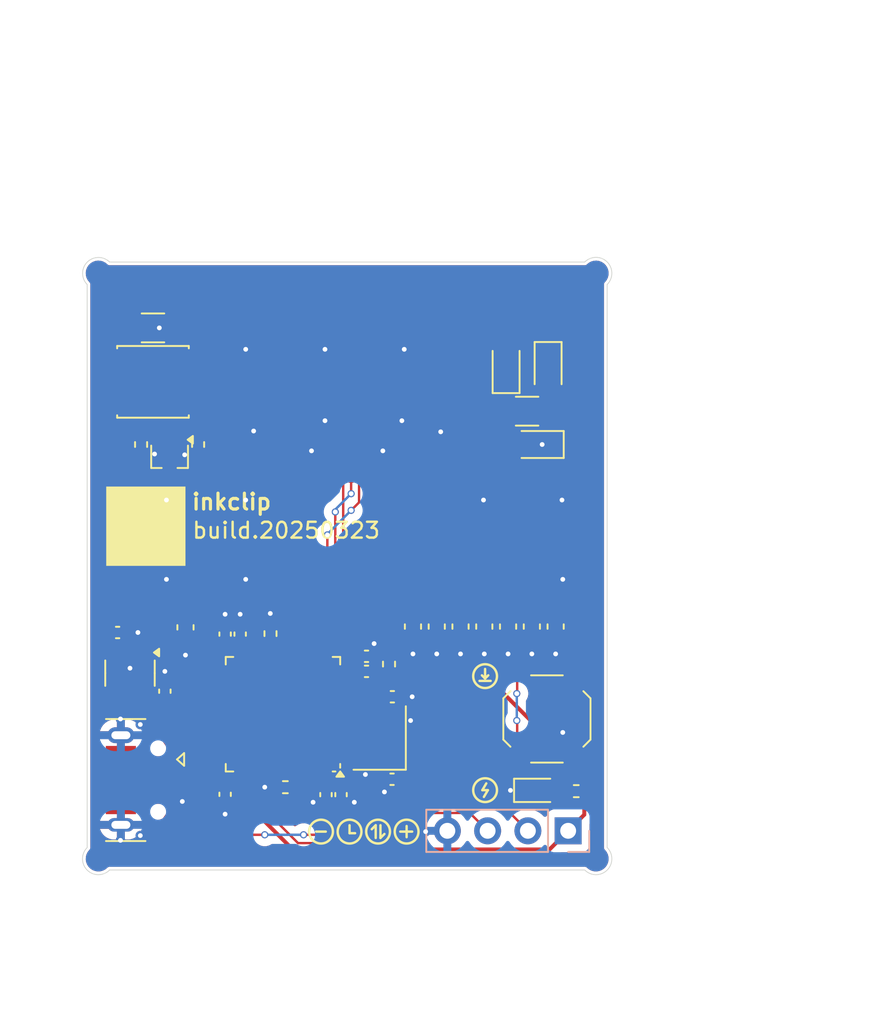
<source format=kicad_pcb>
(kicad_pcb (version 20241229) (generator "pcbnew") (generator_version "9.0")
  (layers (0 "F.Cu" signal) (2 "B.Cu" signal) (13 "F.Paste" user) (15 "B.Paste" user) (5 "F.SilkS" user "F.Silkscreen") (7 "B.SilkS" user "B.Silkscreen") (1 "F.Mask" user) (3 "B.Mask" user) (25 "Edge.Cuts" user))
  (net 0 "")
  (net 1 "GND")
  (net 2 "+5V")
  (net 3 "+3V3")
  (net 4 "/XOUT")
  (net 5 "/PREVGL")
  (net 6 "/VCOM")
  (net 7 "/PREVGH")
  (net 8 "Net-(D3-A)")
  (net 9 "/USB_DP")
  (net 10 "/USB_DN")
  (net 11 "/MOSI")
  (net 12 "/RESE")
  (net 13 "/RESET")
  (net 14 "/CS")
  (net 15 "/DC")
  (net 16 "/BUSY")
  (net 17 "/SCLK")
  (net 18 "/GDR")
  (net 19 "/XIN")
  (net 20 "Net-(D1-K)")
  (net 21 "Net-(J1-Pin_5)")
  (net 22 "Net-(J1-Pin_20)")
  (net 23 "Net-(U2-VCAP1)")
  (net 27 "/BOOT0")
  (net 28 "/NRST")
  (net 29 "/BOOT1")
  (net 39 "Net-(D4-A)")
  (net 53 "Net-(J1-Pin_18)")
  (net 54 "Net-(J1-Pin_22)")
  (net 58 "/SWDIO")
  (net 59 "/SWCLK")
  (net 60 "/LED")
  (footprint "Resistor_SMD:R_0402_1005Metric" (layer "F.Cu") (at 112.5 133.1 180)
    (property "Reference" "R3" (hide yes))
    (property "Value" "10k")
  )
  (footprint "Capacitor_SMD:C_0402_1005Metric" (layer "F.Cu") (at 119.23 132.6 180)
    (property "Reference" "C13" (hide yes))
    (property "Value" "33p")
  )
  (footprint "Capacitor_SMD:C_0603_1608Metric" (layer "F.Cu") (at 126.55 122.975 90)
    (property "Reference" "C8" (hide yes))
    (property "Value" "1u 50V")
  )
  (footprint "Crystal:Crystal_SMD_3225-4Pin_3.2x2.5mm" (layer "F.Cu") (at 118.45 130 90)
    (property "Reference" "Y1" (hide yes))
    (property "Value" "12M")
  )
  (footprint "Button_Switch_SMD:SW_Push_1P1T_XKB_TS-1187A" (layer "F.Cu") (at 129 128.8 90)
    (property "Reference" "SW0" (hide yes))
    (property "Value" "TS-1187A")
  )
  (footprint "LED_SMD:LED_0603_1608Metric" (layer "F.Cu") (at 128.412499 133.3)
    (property "Reference" "D4" (hide yes))
    (property "Value" "LED_PWR")
  )
  (footprint "Diode_SMD:D_SOD-323" (layer "F.Cu") (at 129.075 106.65 -90)
    (property "Reference" "D3" (hide yes))
    (property "Value" "40V 600mV@1A")
  )
  (footprint "Capacitor_SMD:C_0402_1005Metric" (layer "F.Cu") (at 101.92 123.35)
    (property "Reference" "C12" (hide yes))
    (property "Value" "1u")
  )
  (footprint "Capacitor_SMD:C_0402_1005Metric" (layer "F.Cu") (at 108.7 123.45 90)
    (property "Reference" "C18" (hide yes))
    (property "Value" "100n")
  )
  (footprint "Capacitor_SMD:C_0402_1005Metric" (layer "F.Cu") (at 119.25 127.4)
    (property "Reference" "C15" (hide yes))
    (property "Value" "33p")
  )
  (footprint "Inductor_SMD:L_Changjiang_FNR4018S" (layer "F.Cu") (at 104.15 107.55)
    (property "Reference" "L1" (hide yes))
    (property "Value" "10uH 1A")
  )
  (footprint "Diode_SMD:D_SOD-323" (layer "F.Cu") (at 126.425 106.65 90)
    (property "Reference" "D1" (hide yes))
    (property "Value" "40V 600mV@1A")
  )
  (footprint "Capacitor_SMD:C_0402_1005Metric" (layer "F.Cu") (at 117.62 124.85)
    (property "Reference" "C17" (hide yes))
    (property "Value" "100n")
  )
  (footprint "Resistor_SMD:R_0402_1005Metric" (layer "F.Cu") (at 130.85 133.35 180)
    (property "Reference" "R6" (hide yes))
    (property "Value" "5.1k")
  )
  (footprint "Connector_USB:USB_Micro-B_XKB_U254-051T-4BH83-F1S" (layer "F.Cu") (at 102.515 132.65 -90)
    (property "Reference" "J2" (hide yes))
    (property "Value" "U254-051T-4BH83-F1S")
  )
  (footprint "Capacitor_SMD:C_0603_1608Metric" (layer "F.Cu") (at 129.55 122.975 90)
    (property "Reference" "C9" (hide yes))
    (property "Value" "1u 50V")
  )
  (footprint "Capacitor_SMD:C_0402_1005Metric" (layer "F.Cu") (at 115.0625 133.57 -90)
    (property "Reference" "C20" (hide yes))
    (property "Value" "100n")
  )
  (footprint "Capacitor_SMD:C_1206_3216Metric" (layer "F.Cu") (at 127.75 109.4)
    (property "Reference" "C3" (hide yes))
    (property "Value" "4.7u 50V")
  )
  (footprint "Capacitor_SMD:C_0603_1608Metric" (layer "F.Cu") (at 123.55 122.975 90)
    (property "Reference" "C7" (hide yes))
    (property "Value" "1u 50V")
  )
  (footprint "Capacitor_SMD:C_0402_1005Metric" (layer "F.Cu") (at 117.62 125.8)
    (property "Reference" "C16" (hide yes))
    (property "Value" "1u")
  )
  (footprint "Capacitor_SMD:C_0603_1608Metric" (layer "F.Cu") (at 125.05 122.975 -90)
    (property "Reference" "C10" (hide yes))
    (property "Value" "1u 50V")
  )
  (footprint "EasyEDA:FPC-SMD_24P-L17.5-W5.4-P0.50" (layer "F.Cu") (at 116.4 111.9125 180)
    (property "Reference" "J1" (hide yes))
    (property "Value" "AFC07-S24ECC-00")
  )
  (footprint "Resistor_SMD:R_0402_1005Metric" (layer "F.Cu") (at 119.04 125.340001 -90)
    (property "Reference" "R4" (hide yes))
    (property "Value" "10k")
  )
  (footprint "Capacitor_SMD:C_0402_1005Metric" (layer "F.Cu") (at 104.9 127.05 90)
    (property "Reference" "C11" (hide yes))
    (property "Value" "1u 16V")
  )
  (footprint "Resistor_SMD:R_0402_1005Metric" (layer "F.Cu") (at 103.4 111.5 -90)
    (property "Reference" "R2" (hide yes))
    (property "Value" "3R")
  )
  (footprint "Capacitor_SMD:C_0603_1608Metric" (layer "F.Cu") (at 122.05 122.975 -90)
    (property "Reference" "C6" (hide yes))
    (property "Value" "1u 50V")
  )
  (footprint "Capacitor_SMD:C_0402_1005Metric" (layer "F.Cu") (at 109.65 123.45 -90)
    (property "Reference" "C14" (hide yes))
    (property "Value" "2.2u")
  )
  (footprint "Capacitor_SMD:C_0603_1608Metric" (layer "F.Cu") (at 106.2 123.025 90)
    (property "Reference" "C4" (hide yes))
    (property "Value" "1u 50V")
  )
  (footprint "Package_TO_SOT_SMD:SOT-23-3" (layer "F.Cu") (at 102.7 125.9125 -90)
    (property "Reference" "U1" (hide yes))
    (property "Value" "XC6206P332MR-G")
  )
  (footprint "Diode_SMD:D_SOD-323" (layer "F.Cu") (at 128.45 111.5 180)
    (property "Reference" "D2" (hide yes))
    (property "Value" "40V 600mV@1A")
  )
  (footprint "Capacitor_SMD:C_1206_3216Metric" (layer "F.Cu") (at 104.15 104.15)
    (property "Reference" "C1" (hide yes))
    (property "Value" "4.7u 50V")
  )
  (footprint "Capacitor_SMD:C_0603_1608Metric" (layer "F.Cu") (at 128.05 122.975 90)
    (property "Reference" "C2" (hide yes))
    (property "Value" "1u 50V")
  )
  (footprint "Capacitor_SMD:C_0603_1608Metric" (layer "F.Cu") (at 120.55 122.975 -90)
    (property "Reference" "C5" (hide yes))
    (property "Value" "1u 50V")
  )
  (footprint "Package_TO_SOT_SMD:SOT-323_SC-70" (layer "F.Cu") (at 105.1975 112.25 -90)
    (property "Reference" "Q1" (hide yes))
    (property "Value" "Si1308BDL")
  )
  (footprint "Resistor_SMD:R_0402_1005Metric" (layer "F.Cu") (at 111.5625 123.420001 -90)
    (property "Reference" "R5" (hide yes))
    (property "Value" "10k")
  )
  (footprint "Resistor_SMD:R_0402_1005Metric" (layer "F.Cu") (at 106.9975 111.5 -90)
    (property "Reference" "R1" (hide yes))
    (property "Value" "10k")
  )
  (footprint "Capacitor_SMD:C_0402_1005Metric" (layer "F.Cu") (at 116.0125 133.57 -90)
    (property "Reference" "C21" (hide yes))
    (property "Value" "100n")
  )
  (footprint "Capacitor_SMD:C_0402_1005Metric" (layer "F.Cu") (at 108.7 133.55 -90)
    (property "Reference" "C19" (hide yes))
    (property "Value" "100n")
  )
  (footprint "Package_DFN_QFN:QFN-48-1EP_7x7mm_P0.5mm_EP5.6x5.6mm" (layer "F.Cu") (at 112.35 128.5 180)
    (property "Reference" "U2" (hide yes))
    (property "Value" "STM32F411CEU6")
  )
  (footprint "Connector_PinHeader_2.54mm:PinHeader_1x04_P2.54mm_Vertical" (layer "B.Cu") (at 130.34 135.85 90)
    (property "Reference" "J3" (hide yes))
    (property "Value" "SWD")
  )
  (gr_line (start 118.5 135.5) (end 118.5 136.3) (stroke (width 0.153)) (layer "F.SilkS"))
  (gr_line (start 120.15 135.55) (end 120.15 136.25) (stroke (width 0.153)) (layer "F.SilkS"))
  (gr_line (start 125.1 125.65) (end 125.1 126.25) (stroke (width 0.153)) (layer "F.SilkS"))
  (gr_line (start 124.925 133.2875) (end 125.275 133.2875) (stroke (width 0.153)) (layer "F.SilkS"))
  (gr_line (start 118.2 135.5) (end 117.95 135.75) (stroke (width 0.153)) (layer "F.SilkS"))
  (gr_line (start 116.55 136) (end 116.55 135.5) (stroke (width 0.153)) (layer "F.SilkS"))
  (gr_circle (center 120.15 135.9) (end 120.9 135.9) (stroke (width 0.153)) (fill no) (layer "F.SilkS"))
  (gr_line (start 124.75 126.4) (end 125.45 126.4) (stroke (width 0.153)) (layer "F.SilkS"))
  (gr_line (start 118.5 136.3) (end 118.75 136.05) (stroke (width 0.153)) (layer "F.SilkS"))
  (gr_circle (center 114.75 135.9) (end 115.5 135.9) (stroke (width 0.153)) (fill no) (layer "F.SilkS"))
  (gr_circle (center 116.55 135.9) (end 117 136.5) (stroke (width 0.153)) (fill no) (layer "F.SilkS"))
  (gr_line (start 125.175 132.8625) (end 124.925 133.2875) (stroke (width 0.153)) (layer "F.SilkS"))
  (gr_line (start 114.45 135.9) (end 115.05 135.9) (stroke (width 0.153)) (layer "F.SilkS"))
  (gr_circle (center 118.35 135.9) (end 118.8 136.5) (stroke (width 0.153)) (fill no) (layer "F.SilkS"))
  (gr_rect (start 101.2 114.15) (end 106.2 119.15) (fill yes) (layer "F.SilkS"))
  (gr_circle (center 125.1 133.2875) (end 125.1 134.0375) (stroke (width 0.153)) (fill no) (layer "F.SilkS"))
  (gr_line (start 116.55 136) (end 116.9 136) (stroke (width 0.153)) (layer "F.SilkS"))
  (gr_line (start 125.1 126.25) (end 124.9 126.05) (stroke (width 0.153)) (layer "F.SilkS"))
  (gr_circle (center 125.1 126.1) (end 125.85 126.1) (stroke (width 0.153)) (fill no) (layer "F.SilkS"))
  (gr_line (start 125.1 126.25) (end 125.3 126.05) (stroke (width 0.153)) (layer "F.SilkS"))
  (gr_line (start 125.275 133.2875) (end 125.025 133.7125) (stroke (width 0.153)) (layer "F.SilkS"))
  (gr_line (start 118.2 135.5) (end 118.2 136.3) (stroke (width 0.153)) (layer "F.SilkS"))
  (gr_line (start 119.75 135.9) (end 120.5 135.9) (stroke (width 0.153)) (layer "F.SilkS"))
  (gr_line (start 132.8 136.905787) (end 132.8 101.414213) (stroke (width 0.05)) (layer "Edge.Cuts"))
  (gr_line (start 101.414213 100) (end 131.385787 100) (stroke (width 0.05)) (layer "Edge.Cuts"))
  (gr_line (start 100 136.905787) (end 100 101.414213) (stroke (width 0.05)) (layer "Edge.Cuts"))
  (gr_line (start 101.414213 138.32) (end 131.385787 138.32) (stroke (width 0.05)) (layer "Edge.Cuts"))
  (gr_arc (start 132.8 136.905787) (mid 132.800007 138.320007) (end 131.385787 138.32) (stroke (width 0.05)) (layer "Edge.Cuts"))
  (gr_arc (start 101.414213 138.32) (mid 100.000024 138.320023) (end 100 136.905787) (stroke (width 0.05)) (layer "Edge.Cuts"))
  (gr_arc (start 131.385787 100) (mid 132.799977 99.999976) (end 132.8 101.414213) (stroke (width 0.05)) (layer "Edge.Cuts"))
  (gr_arc (start 100 101.414213) (mid 100 100) (end 101.414213 100) (stroke (width 0.05)) (layer "Edge.Cuts"))
  (gr_text "inkclip" (at 106.5 115.7 0) (layer "F.SilkS") (effects (font (size 1 1) (thickness 0.2) (bold yes)) (justify left bottom)))
  (gr_text "build.20250323" (at 106.55 117.5 0) (layer "F.SilkS") (effects (font (size 1 1) (thickness 0.153)) (justify left bottom)))
  (segment (start 129.55 123.75) (end 129.55 124.7) (width 0.25) (layer "F.Cu") (net 1))
  (segment (start 105.95 133.95) (end 106 134) (width 0.25) (layer "F.Cu") (net 1))
  (segment (start 119.3 128.9) (end 120.4 128.9) (width 0.25) (layer "F.Cu") (net 1))
  (segment (start 102.124999 131.45) (end 102.124999 133.85) (width 0.25) (layer "F.Cu") (net 1))
  (segment (start 122.05 123.75) (end 122.05 124.7) (width 0.25) (layer "F.Cu") (net 1))
  (segment (start 106.9975 112.009999) (end 106.290001 112.009999) (width 0.25) (layer "F.Cu") (net 1))
  (segment (start 111.5625 122.910002) (end 111.5625 122.1625) (width 0.25) (layer "F.Cu") (net 1))
  (segment (start 102.125 129.825) (end 102.125 128.825) (width 0.25) (layer "F.Cu") (net 1))
  (segment (start 104.159999 112.009999) (end 104.25 112.1) (width 0.25) (layer "F.Cu") (net 1))
  (segment (start 103.525 124.775) (end 102.7 125.6) (width 0.25) (layer "F.Cu") (net 1))
  (segment (start 102.224999 133.95) (end 102.124999 133.85) (width 0.25) (layer "F.Cu") (net 1))
  (segment (start 104.4 135.475) (end 104.675 135.75) (width 0.25) (layer "F.Cu") (net 1))
  (segment (start 106.2 123.8) (end 106.2 124.775) (width 0.25) (layer "F.Cu") (net 1))
  (segment (start 114.6 131.9375) (end 114.6 132.579596) (width 0.25) (layer "F.Cu") (net 1))
  (segment (start 109.65 122.97) (end 109.65 122.2) (width 0.25) (layer "F.Cu") (net 1))
  (segment (start 118.1 125.8) (end 118.1 124.85) (width 0.25) (layer "F.Cu") (net 1))
  (segment (start 104.675 135.75) (end 103.75 135.75) (width 0.25) (layer "F.Cu") (net 1))
  (segment (start 109 110.6625) (end 110.4875 110.6625) (width 0.25) (layer "F.Cu") (net 1))
  (segment (start 114.15 113.1625) (end 114.15 111.9) (width 0.25) (layer "F.Cu") (net 1))
  (segment (start 114.6 130.75) (end 112.35 128.5) (width 0.25) (layer "F.Cu") (net 1))
  (segment (start 102.124999 131.45) (end 102.125 129.825) (width 0.25) (layer "F.Cu") (net 1))
  (segment (start 116.413966 127.749999) (end 118.1 126.063965) (width 0.25) (layer "F.Cu") (net 1))
  (segment (start 108.7 122.97) (end 108.7 122.2) (width 0.25) (layer "F.Cu") (net 1))
  (segment (start 102.124999 133.85) (end 102.125 135.475) (width 0.25) (layer "F.Cu") (net 1))
  (segment (start 106.290001 112.009999) (end 106.15 112.15) (width 0.25) (layer "F.Cu") (net 1))
  (segment (start 123.55 123.75) (end 123.55 124.7) (width 0.25) (layer "F.Cu") (net 1))
  (segment (start 103.75 135.75) (end 103.35 136.15) (width 0.25) (layer "F.Cu") (net 1))
  (segment (start 115.049596 134.05) (end 115.0625 134.05) (width 0.25) (layer "F.Cu") (net 1))
  (segment (start 104.8 133.95) (end 105.95 133.95) (width 0.25) (layer "F.Cu") (net 1))
  (segment (start 127.624998 133.3) (end 126.7 133.3) (width 0.25) (layer "F.Cu") (net 1))
  (segment (start 116.0125 134.05) (end 116.85 134.05) (width 0.25) (layer "F.Cu") (net 1))
  (segment (start 110.1 126.25) (end 112.35 128.5) (width 0.25) (layer "F.Cu") (net 1))
  (segment (start 118.65 113.1625) (end 118.65 111.9) (width 0.25) (layer "F.Cu") (net 1))
  (segment (start 110.1 130.75) (end 112.35 128.5) (width 0.25) (layer "F.Cu") (net 1))
  (segment (start 108.9125 130.75) (end 110.1 130.75) (width 0.25) (layer "F.Cu") (net 1))
  (segment (start 102.125 128.825) (end 102.1 128.8) (width 0.25) (layer "F.Cu") (net 1))
  (segment (start 126.55 123.75) (end 126.55 124.7) (width 0.25) (layer "F.Cu") (net 1))
  (segment (start 102.125 136.425) (end 102.1 136.45) (width 0.25) (layer "F.Cu") (net 1))
  (segment (start 103.4 112.009999) (end 104.159999 112.009999) (width 0.25) (layer "F.Cu") (net 1))
  (segment (start 119.73 128.47) (end 119.3 128.9) (width 0.25) (layer "F.Cu") (net 1))
  (segment (start 104.4 129.825) (end 104.675 129.55) (width 0.25) (layer "F.Cu") (net 1))
  (segment (start 122.72 135.85) (end 121.4 135.85) (width 0.25) (layer "F.Cu") (net 1))
  (segment (start 117.6 131.1) (end 117.6 132.25) (width 0.25) (layer "F.Cu") (net 1))
  (segment (start 108.7 134.03) (end 108.7 134.8) (width 0.25) (layer "F.Cu") (net 1))
  (segment (start 125.05 123.75) (end 125.05 124.7) (width 0.25) (layer "F.Cu") (net 1))
  (segment (start 114.6 132.579596) (end 114.4265 132.753096) (width 0.25) (layer "F.Cu") (net 1))
  (segment (start 114.4265 133.426904) (end 115.049596 134.05) (width 0.25) (layer "F.Cu") (net 1))
  (segment (start 115.7875 127.749999) (end 116.413966 127.749999) (width 0.25) (layer "F.Cu") (net 1))
  (segment (start 118.1 126.063965) (end 118.1 125.8) (width 0.25) (layer "F.Cu") (net 1))
  (segment (start 119.73 127.4) (end 120.5 127.4) (width 0.25) (layer "F.Cu") (net 1))
  (segment (start 123.8 110.6625) (end 122.3375 110.6625) (width 0.25) (layer "F.Cu") (net 1))
  (segment (start 104.675 129.55) (end 103.75 129.55) (width 0.25) (layer "F.Cu") (net 1))
  (segment (start 102.125 129.825) (end 104.4 129.825) (width 0.25) (layer "F.Cu") (net 1))
  (segment (start 118.1 124.85) (end 118.1 124.05) (width 0.25) (layer "F.Cu") (net 1))
  (segment (start 104.8 133.95) (end 102.224999 133.95) (width 0.25) (layer "F.Cu") (net 1))
  (segment (start 120.55 123.75) (end 120.55 124.7) (width 0.25) (layer "F.Cu") (net 1))
  (segment (start 115.0625 134.05) (end 114.25 134.05) (width 0.25) (layer "F.Cu") (net 1))
  (segment (start 110.4875 110.6625) (end 110.5 110.65) (width 0.25) (layer "F.Cu") (net 1))
  (segment (start 122.3375 110.6625) (end 122.3 110.7) (width 0.25) (layer "F.Cu") (net 1))
  (segment (start 102.4 123.35) (end 103.2 123.35) (width 0.25) (layer "F.Cu") (net 1))
  (segment (start 103.649999 124.775) (end 103.525 124.775) (width 0.25) (layer "F.Cu") (net 1))
  (segment (start 114.4265 132.753096) (end 114.4265 133.426904) (width 0.25) (layer "F.Cu") (net 1))
  (segment (start 117.6 131.1) (end 117.6 131.45) (width 0.25) (layer "F.Cu") (net 1))
  (segment (start 111.5625 122.1625) (end 111.55 122.15) (width 0.25) (layer "F.Cu") (net 1))
  (segment (start 115.7875 127.749999) (end 113.100001 127.749999) (width 0.25) (layer "F.Cu") (net 1))
  (segment (start 128.05 123.75) (end 128.05 124.7) (width 0.25) (layer "F.Cu") (net 1))
  (segment (start 102.125 135.475) (end 102.125 136.425) (width 0.25) (layer "F.Cu") (net 1))
  (segment (start 105.625 104.15) (end 104.55 104.15) (width 0.25) (layer "F.Cu") (net 1))
  (segment (start 121.4 135.85) (end 121.35 135.9) (width 0.25) (layer "F.Cu") (net 1))
  (segment (start 114.6 131.9375) (end 114.6 130.75) (width 0.25) (layer "F.Cu") (net 1))
  (segment (start 129.5 111.5) (end 128.7 111.5) (width 0.25) (layer "F.Cu") (net 1))
  (segment (start 119.73 127.4) (end 119.73 128.47) (width 0.25) (layer "F.Cu") (net 1))
  (segment (start 103.75 129.55) (end 103.35 129.15) (width 0.25) (layer "F.Cu") (net 1))
  (segment (start 113.100001 127.749999) (end 112.35 128.5) (width 0.25) (layer "F.Cu") (net 1))
  (segment (start 102.125 135.475) (end 104.4 135.475) (width 0.25) (layer "F.Cu") (net 1))
  (segment (start 110.1 125.0625) (end 110.1 126.25) (width 0.25) (layer "F.Cu") (net 1))
  (segment (start 104.9 126.57) (end 104.9 125.8) (width 0.25) (layer "F.Cu") (net 1))
  (segment (start 117.6 132.25) (end 117.55 132.3) (width 0.25) (layer "F.Cu") (net 1))
  (segment (start 111.990001 133.1) (end 111.2 133.1) (width 0.25) (layer "F.Cu") (net 1))
  (segment (start 117.6 131.45) (end 118.75 132.6) (width 0.25) (layer "F.Cu") (net 1))
  (segment (start 118.75 132.6) (end 118.75 133.4) (width 0.25) (layer "F.Cu") (net 1))
  (via (at 105 120) (size 0.45) (drill 0.3) (layers "F.Cu" "B.Cu") (net 1))
  (via (at 115 110) (size 0.45) (drill 0.3) (layers "F.Cu" "B.Cu") (net 1))
  (via (at 110 105.5) (size 0.45) (drill 0.3) (layers "F.Cu" "B.Cu") (net 1))
  (via (at 108.7 122.2) (size 0.6) (drill 0.3) (layers "F.Cu" "B.Cu") (net 1))
  (via (at 128.05 124.7) (size 0.6) (drill 0.3) (layers "F.Cu" "B.Cu") (net 1))
  (via (at 119.85 110) (size 0.45) (drill 0.3) (layers "F.Cu" "B.Cu") (net 1))
  (via (at 118.1 124.05) (size 0.6) (drill 0.3) (layers "F.Cu" "B.Cu") (net 1))
  (via (at 118.75 133.4) (size 0.6) (drill 0.3) (layers "F.Cu" "B.Cu") (net 1))
  (via (at 102.1 128.8) (size 0.6) (drill 0.3) (layers "F.Cu" "B.Cu") (net 1))
  (via (at 110 115) (size 0.45) (drill 0.3) (layers "F.Cu" "B.Cu") (net 1))
  (via (at 123.55 124.7) (size 0.6) (drill 0.3) (layers "F.Cu" "B.Cu") (net 1))
  (via (at 106 134) (size 0.6) (drill 0.3) (layers "F.Cu" "B.Cu") (net 1))
  (via (at 129.95 115) (size 0.45) (drill 0.3) (layers "F.Cu" "B.Cu") (net 1))
  (via (at 121.35 135.9) (size 0.6) (drill 0.3) (layers "F.Cu" "B.Cu") (net 1))
  (via (at 111.55 122.15) (size 0.6) (drill 0.3) (layers "F.Cu" "B.Cu") (net 1))
  (via (at 118.65 111.9) (size 0.6) (drill 0.3) (layers "F.Cu" "B.Cu") (net 1))
  (via (at 115 105.5) (size 0.45) (drill 0.3) (layers "F.Cu" "B.Cu") (net 1))
  (via (at 120.55 124.7) (size 0.6) (drill 0.3) (layers "F.Cu" "B.Cu") (net 1))
  (via (at 126.55 124.7) (size 0.6) (drill 0.3) (layers "F.Cu" "B.Cu") (net 1))
  (via (at 104.25 112.1) (size 0.6) (drill 0.3) (layers "F.Cu" "B.Cu") (net 1))
  (via (at 103.2 123.35) (size 0.6) (drill 0.3) (layers "F.Cu" "B.Cu") (net 1))
  (via (at 116.85 134.05) (size 0.6) (drill 0.3) (layers "F.Cu" "B.Cu") (net 1))
  (via (at 103.35 129.15) (size 0.6) (drill 0.3) (layers "F.Cu" "B.Cu") (net 1))
  (via (at 114.15 111.9) (size 0.6) (drill 0.3) (layers "F.Cu" "B.Cu") (net 1))
  (via (at 125.05 124.7) (size 0.6) (drill 0.3) (layers "F.Cu" "B.Cu") (net 1))
  (via (at 122.05 124.7) (size 0.6) (drill 0.3) (layers "F.Cu" "B.Cu") (net 1))
  (via (at 122.3 110.7) (size 0.6) (drill 0.3) (layers "F.Cu" "B.Cu") (net 1))
  (via (at 125 115) (size 0.45) (drill 0.3) (layers "F.Cu" "B.Cu") (net 1))
  (via (at 120.4 128.9) (size 0.6) (drill 0.3) (layers "F.Cu" "B.Cu") (net 1))
  (via (at 103.35 136.15) (size 0.6) (drill 0.3) (layers "F.Cu" "B.Cu") (net 1))
  (via (at 120.5 127.4) (size 0.6) (drill 0.3) (layers "F.Cu" "B.Cu") (net 1))
  (via (at 109.65 122.2) (size 0.6) (drill 0.3) (layers "F.Cu" "B.Cu") (net 1))
  (via (at 126.7 133.3) (size 0.6) (drill 0.3) (layers "F.Cu" "B.Cu") (net 1))
  (via (at 130 129.65) (size 0.45) (drill 0.3) (layers "F.Cu" "B.Cu") (net 1))
  (via (at 108.7 134.8) (size 0.6) (drill 0.3) (layers "F.Cu" "B.Cu") (net 1))
  (via (at 104.9 125.8) (size 0.6) (drill 0.3) (layers "F.Cu" "B.Cu") (net 1))
  (via (at 102.7 125.6) (size 0.6) (drill 0.3) (layers "F.Cu" "B.Cu") (net 1))
  (via (at 128.7 111.5) (size 0.6) (drill 0.3) (layers "F.Cu" "B.Cu") (net 1))
  (via (at 110 120) (size 0.45) (drill 0.3) (layers "F.Cu" "B.Cu") (net 1))
  (via (at 102.1 136.45) (size 0.6) (drill 0.3) (layers "F.Cu" "B.Cu") (net 1))
  (via (at 105 115) (size 0.45) (drill 0.3) (layers "F.Cu" "B.Cu") (net 1))
  (via (at 130 120) (size 0.45) (drill 0.3) (layers "F.Cu" "B.Cu") (net 1))
  (via (at 110.5 110.65) (size 0.6) (drill 0.3) (layers "F.Cu" "B.Cu") (net 1))
  (via (at 129.55 124.7) (size 0.6) (drill 0.3) (layers "F.Cu" "B.Cu") (net 1))
  (via (at 106.15 112.15) (size 0.6) (drill 0.3) (layers "F.Cu" "B.Cu") (net 1))
  (via (at 106.2 124.775) (size 0.6) (drill 0.3) (layers "F.Cu" "B.Cu") (net 1))
  (via (at 120 105.5) (size 0.45) (drill 0.3) (layers "F.Cu" "B.Cu") (net 1))
  (via (at 111.2 133.1) (size 0.6) (drill 0.3) (layers "F.Cu" "B.Cu") (net 1))
  (via (at 114.25 134.05) (size 0.6) (drill 0.3) (layers "F.Cu" "B.Cu") (net 1))
  (via (at 117.55 132.3) (size 0.6) (drill 0.3) (layers "F.Cu" "B.Cu") (net 1))
  (via (at 104.55 104.15) (size 0.6) (drill 0.3) (layers "F.Cu" "B.Cu") (net 1))
  (segment (start 104.9 127.53) (end 103.18 127.53) (width 0.25) (layer "F.Cu") (net 2))
  (segment (start 105.209999 127.53) (end 104.9 127.53) (width 0.25) (layer "F.Cu") (net 2))
  (segment (start 103.18 127.53) (end 102.7 127.05) (width 0.25) (layer "F.Cu") (net 2))
  (segment (start 105.806 128.126001) (end 105.209999 127.53) (width 0.25) (layer "F.Cu") (net 2))
  (segment (start 104.8 131.35) (end 105.193106 131.35) (width 0.25) (layer "F.Cu") (net 2))
  (segment (start 105.193106 131.35) (end 105.806 130.737106) (width 0.25) (layer "F.Cu") (net 2))
  (segment (start 105.806 130.737106) (end 105.806 128.126001) (width 0.25) (layer "F.Cu") (net 2))
  (segment (start 131.359999 133.35) (end 131.359999 134.830001) (width 0.25) (layer "F.Cu") (net 3))
  (segment (start 102.65 107.55) (end 102.65 104.175) (width 0.25) (layer "F.Cu") (net 3))
  (segment (start 115.0625 133.09) (end 115.0625 131.975) (width 0.25) (layer "F.Cu") (net 3))
  (segment (start 119.04 124.254702) (end 119.04 124.980002) (width 0.25) (layer "F.Cu") (net 3))
  (segment (start 125.701 129.174536) (end 120.276536 134.599) (width 0.25) (layer "F.Cu") (net 3))
  (segment (start 102.65 104.175) (end 102.675 104.15) (width 0.25) (layer "F.Cu") (net 3))
  (segment (start 101.44 123.35) (end 101.44 123.337096) (width 0.25) (layer "F.Cu") (net 3))
  (segment (start 118.149999 113.1625) (end 118.149999 119.799999) (width 0.25) (layer "F.Cu") (net 3))
  (segment (start 120.55 122.2) (end 119.04 123.71) (width 0.25) (layer "F.Cu") (net 3))
  (segment (start 131.359999 134.830001) (end 130.34 135.85) (width 0.25) (layer "F.Cu") (net 3))
  (segment (start 101.44 123.35) (end 101.44 108.76) (width 0.25) (layer "F.Cu") (net 3))
  (segment (start 130.34 135.85) (end 129.164 137.026) (width 0.25) (layer "F.Cu") (net 3))
  (segment (start 108.7 123.93) (end 108.7 124.1625) (width 0.25) (layer "F.Cu") (net 3))
  (segment (start 115.0625 131.975) (end 115.1 131.9375) (width 0.25) (layer "F.Cu") (net 3))
  (segment (start 117.14 126.386155) (end 117.14 124.85) (width 0.25) (layer "F.Cu") (net 3))
  (segment (start 101.750001 124.775) (end 101.750001 123.660001) (width 0.25) (layer "F.Cu") (net 3))
  (segment (start 116.0125 133.09) (end 116.0125 131.475) (width 0.25) (layer "F.Cu") (net 3))
  (segment (start 108.7 124.1625) (end 109.6 125.0625) (width 0.25) (layer "F.Cu") (net 3))
  (segment (start 101.750001 123.660001) (end 101.44 123.35) (width 0.25) (layer "F.Cu") (net 3))
  (segment (start 117.14 124.124702) (end 117.840702 123.424) (width 0.25) (layer "F.Cu") (net 3))
  (segment (start 102.675 104.15) (end 103.925 102.9) (width 0.25) (layer "F.Cu") (net 3))
  (segment (start 118.5 134.599) (end 116.991 133.09) (width 0.25) (layer "F.Cu") (net 3))
  (segment (start 130.875 105.975) (end 130.875 125.8) (width 0.25) (layer "F.Cu") (net 3))
  (segment (start 105 124.75) (end 106 125.75) (width 0.25) (layer "F.Cu") (net 3))
  (segment (start 108.9125 132.8575) (end 108.7 133.07) (width 0.25) (layer "F.Cu") (net 3))
  (segment (start 120.276536 134.599) (end 118.5 134.599) (width 0.25) (layer "F.Cu") (net 3))
  (segment (start 115.0625 133.09) (end 116.0125 133.09) (width 0.25) (layer "F.Cu") (net 3))
  (segment (start 117.14 124.85) (end 117.14 124.124702) (width 0.25) (layer "F.Cu") (net 3))
  (segment (start 112.965999 137.026) (end 109.009999 133.07) (width 0.25) (layer "F.Cu") (net 3))
  (segment (start 116.0125 131.475) (end 115.7875 131.25) (width 0.25) (layer "F.Cu") (net 3))
  (segment (start 130.875 125.8) (end 130.875 131.8) (width 0.25) (layer "F.Cu") (net 3))
  (segment (start 109.009999 133.07) (end 108.7 133.07) (width 0.25) (layer "F.Cu") (net 3))
  (segment (start 115.7875 127.25) (end 116.276155 127.25) (width 0.25) (layer "F.Cu") (net 3))
  (segment (start 119.04 123.71) (end 119.04 124.830002) (width 0.25) (layer "F.Cu") (net 3))
  (segment (start 120.835998 126.626) (end 125.701 126.626) (width 0.25) (layer "F.Cu") (net 3))
  (segment (start 105 124.264702) (end 105 124.75) (width 0.25) (layer "F.Cu") (net 3))
  (segment (start 106 125.75) (end 106.88 125.75) (width 0.25) (layer "F.Cu") (net 3))
  (segment (start 129.164 137.026) (end 112.965999 137.026) (width 0.25) (layer "F.Cu") (net 3))
  (segment (start 106.88 125.75) (end 108.7 123.93) (width 0.25) (layer "F.Cu") (net 3))
  (segment (start 119.04 124.830002) (end 120.835998 126.626) (width 0.25) (layer "F.Cu") (net 3))
  (segment (start 118.359298 123.424) (end 119.04 124.104702) (width 0.25) (layer "F.Cu") (net 3))
  (segment (start 125.701 126.626) (end 125.701 129.174536) (width 0.25) (layer "F.Cu") (net 3))
  (segment (start 117.65 113.1625) (end 118.149999 113.1625) (width 0.25) (layer "F.Cu") (net 3))
  (segment (start 103.449298 122.714) (end 105 124.264702) (width 0.25) (layer "F.Cu") (net 3))
  (segment (start 109.6 125.0625) (end 109.6 124.8) (width 0.25) (layer "F.Cu") (net 3))
  (segment (start 125.701 126.626) (end 130.875 131.8) (width 0.25) (layer "F.Cu") (net 3))
  (segment (start 130.875 131.8) (end 130.875 132.865001) (width 0.25) (layer "F.Cu") (net 3))
  (segment (start 108.9125 131.25) (end 108.9125 132.8575) (width 0.25) (layer "F.Cu") (net 3))
  (segment (start 116.276155 127.25) (end 117.14 126.386155) (width 0.25) (layer "F.Cu") (net 3))
  (segment (start 127.8 102.9) (end 130.875 105.975) (width 0.25) (layer "F.Cu") (net 3))
  (segment (start 103.925 102.9) (end 127.8 102.9) (width 0.25) (layer "F.Cu") (net 3))
  (segment (start 130.875 132.865001) (end 131.359999 133.35) (width 0.25) (layer "F.Cu") (net 3))
  (segment (start 118.149999 119.799999) (end 120.55 122.2) (width 0.25) (layer "F.Cu") (net 3))
  (segment (start 102.063096 122.714) (end 103.449298 122.714) (width 0.25) (layer "F.Cu") (net 3))
  (segment (start 117.840702 123.424) (end 118.359298 123.424) (width 0.25) (layer "F.Cu") (net 3))
  (segment (start 101.44 123.337096) (end 102.063096 122.714) (width 0.25) (layer "F.Cu") (net 3))
  (segment (start 101.44 108.76) (end 102.65 107.55) (width 0.25) (layer "F.Cu") (net 3))
  (segment (start 116.991 133.09) (end 116.0125 133.09) (width 0.25) (layer "F.Cu") (net 3))
  (segment (start 117.6 128.9) (end 117.45 128.75) (width 0.15) (layer "F.Cu") (net 4))
  (segment (start 117.6 128.9) (end 118.77 127.73) (width 0.15) (layer "F.Cu") (net 4))
  (segment (start 117.45 128.75) (end 115.7875 128.75) (width 0.15) (layer "F.Cu") (net 4))
  (segment (start 118.77 127.73) (end 118.77 127.4) (width 0.15) (layer "F.Cu") (net 4))
  (segment (start 121.66 113.1625) (end 121.66 109.29) (width 0.15) (layer "F.Cu") (net 5))
  (segment (start 121.66 113.1625) (end 121.66 115.81) (width 0.15) (layer "F.Cu") (net 5))
  (segment (start 121.66 115.81) (end 128.05 122.2) (width 0.15) (layer "F.Cu") (net 5))
  (segment (start 125.35 105.6) (end 126.425 105.6) (width 0.15) (layer "F.Cu") (net 5))
  (segment (start 121.66 109.29) (end 125.35 105.6) (width 0.15) (layer "F.Cu") (net 5))
  (segment (start 122.160001 114.810001) (end 129.55 122.2) (width 0.15) (layer "F.Cu") (net 6))
  (segment (start 122.160001 113.1625) (end 122.160001 114.810001) (width 0.15) (layer "F.Cu") (net 6))
  (segment (start 120.659999 109.793613) (end 120.659999 113.1625) (width 0.15) (layer "F.Cu") (net 7))
  (segment (start 128.499 105.024) (end 125.429612 105.024) (width 0.15) (layer "F.Cu") (net 7))
  (segment (start 125.429612 105.024) (end 120.659999 109.793613) (width 0.15) (layer "F.Cu") (net 7))
  (segment (start 120.659999 113.1625) (end 120.659999 117.809999) (width 0.15) (layer "F.Cu") (net 7))
  (segment (start 120.659999 117.809999) (end 125.05 122.2) (width 0.15) (layer "F.Cu") (net 7))
  (segment (start 129.075 105.6) (end 128.499 105.024) (width 0.15) (layer "F.Cu") (net 7))
  (segment (start 129.075 109.25) (end 129.225 109.4) (width 0.15) (layer "F.Cu") (net 8))
  (segment (start 105.65 107.55) (end 102.804 110.396) (width 0.15) (layer "F.Cu") (net 8))
  (segment (start 102.804 112.318983) (end 103.735017 113.25) (width 0.15) (layer "F.Cu") (net 8))
  (segment (start 129.8 105.47246) (end 129.00054 104.673) (width 0.15) (layer "F.Cu") (net 8))
  (segment (start 129.075 107.7) (end 129.075 109.25) (width 0.15) (layer "F.Cu") (net 8))
  (segment (start 102.804 110.396) (end 102.804 112.318983) (width 0.15) (layer "F.Cu") (net 8))
  (segment (start 129.8 108.825) (end 129.8 105.47246) (width 0.15) (layer "F.Cu") (net 8))
  (segment (start 108.527 104.673) (end 105.65 107.55) (width 0.15) (layer "F.Cu") (net 8))
  (segment (start 103.735017 113.25) (end 105.1975 113.25) (width 0.15) (layer "F.Cu") (net 8))
  (segment (start 129.00054 104.673) (end 108.527 104.673) (width 0.15) (layer "F.Cu") (net 8))
  (segment (start 129.225 109.4) (end 129.8 108.825) (width 0.15) (layer "F.Cu") (net 8))
  (segment (start 108.256249 129.75) (end 108.9125 129.75) (width 0.15) (layer "F.Cu") (net 9))
  (segment (start 108.181249 129.675) (end 108.256249 129.75) (width 0.15) (layer "F.Cu") (net 9))
  (segment (start 105.425 132.5) (end 106.097488 132.5) (width 0.15) (layer "F.Cu") (net 9))
  (segment (start 106.097488 132.5) (end 107.175 131.422488) (width 0.15) (layer "F.Cu") (net 9))
  (segment (start 107.175 130.094144) (end 107.594144 129.675) (width 0.15) (layer "F.Cu") (net 9))
  (segment (start 107.175 131.422488) (end 107.175 130.094144) (width 0.15) (layer "F.Cu") (net 9))
  (segment (start 104.8 132.65) (end 105.275 132.65) (width 0.15) (layer "F.Cu") (net 9))
  (segment (start 105.275 132.65) (end 105.425 132.5) (width 0.15) (layer "F.Cu") (net 9))
  (segment (start 107.594144 129.675) (end 108.181249 129.675) (width 0.15) (layer "F.Cu") (net 9))
  (segment (start 108.181249 129.325001) (end 108.256249 129.250001) (width 0.15) (layer "F.Cu") (net 10))
  (segment (start 106.825 129.949168) (end 107.449167 129.325001) (width 0.15) (layer "F.Cu") (net 10))
  (segment (start 105.275 132.000001) (end 105.425 132.150001) (width 0.15) (layer "F.Cu") (net 10))
  (segment (start 108.256249 129.250001) (end 108.9125 129.250001) (width 0.15) (layer "F.Cu") (net 10))
  (segment (start 104.8 132.000001) (end 105.275 132.000001) (width 0.15) (layer "F.Cu") (net 10))
  (segment (start 106.825 131.277512) (end 106.825 129.949168) (width 0.15) (layer "F.Cu") (net 10))
  (segment (start 105.952511 132.150001) (end 106.825 131.277512) (width 0.15) (layer "F.Cu") (net 10))
  (segment (start 105.425 132.150001) (end 105.952511 132.150001) (width 0.15) (layer "F.Cu") (net 10))
  (segment (start 107.449167 129.325001) (end 108.181249 129.325001) (width 0.15) (layer "F.Cu") (net 10))
  (segment (start 115.15 117.2) (end 115.15 122.594556) (width 0.15) (layer "F.Cu") (net 11))
  (segment (start 115.15 122.594556) (end 113.100001 124.644555) (width 0.15) (layer "F.Cu") (net 11))
  (segment (start 113.100001 124.644555) (end 113.100001 125.0625) (width 0.15) (layer "F.Cu") (net 11))
  (segment (start 117.150001 115.149999) (end 116.65 115.65) (width 0.15) (layer "F.Cu") (net 11))
  (segment (start 117.150001 113.1625) (end 117.150001 115.149999) (width 0.15) (layer "F.Cu") (net 11))
  (via (at 115.15 117.2) (size 0.45) (drill 0.3) (layers "F.Cu" "B.Cu") (net 11))
  (via (at 116.65 115.65) (size 0.45) (drill 0.3) (layers "F.Cu" "B.Cu") (net 11))
  (segment (start 115.15 117.15) (end 115.15 117.2) (width 0.15) (layer "B.Cu") (net 11))
  (segment (start 116.65 115.65) (end 115.15 117.15) (width 0.15) (layer "B.Cu") (net 11))
  (segment (start 110.421389 108.5355) (end 111.65 109.764111) (width 0.15) (layer "F.Cu") (net 12))
  (segment (start 104.5475 111.25) (end 104.864112 111.25) (width 0.15) (layer "F.Cu") (net 12))
  (segment (start 103.4 110.990001) (end 104.287501 110.990001) (width 0.15) (layer "F.Cu") (net 12))
  (segment (start 104.864112 111.25) (end 107.578612 108.5355) (width 0.15) (layer "F.Cu") (net 12))
  (segment (start 107.578612 108.5355) (end 110.421389 108.5355) (width 0.15) (layer "F.Cu") (net 12))
  (segment (start 104.287501 110.990001) (end 104.5475 111.25) (width 0.15) (layer "F.Cu") (net 12))
  (segment (start 111.65 109.764111) (end 111.65 113.1625) (width 0.15) (layer "F.Cu") (net 12))
  (segment (start 112.1 125.0625) (end 112.1585 125.004) (width 0.15) (layer "F.Cu") (net 13))
  (segment (start 115.15 114.4) (end 115.15 113.1625) (width 0.15) (layer "F.Cu") (net 13))
  (segment (start 112.1585 117.3915) (end 115.15 114.4) (width 0.15) (layer "F.Cu") (net 13))
  (segment (start 112.1585 125.004) (end 112.1585 117.3915) (width 0.15) (layer "F.Cu") (net 13))
  (segment (start 116.15 113.1625) (end 116.15 123.094556) (width 0.15) (layer "F.Cu") (net 14))
  (segment (start 116.15 123.094556) (end 114.6 124.644556) (width 0.15) (layer "F.Cu") (net 14))
  (segment (start 114.6 124.644556) (end 114.6 125.0625) (width 0.15) (layer "F.Cu") (net 14))
  (segment (start 115.649999 114.396389) (end 115.649999 113.1625) (width 0.15) (layer "F.Cu") (net 15))
  (segment (start 112.6 125.0625) (end 112.6 117.446388) (width 0.15) (layer "F.Cu") (net 15))
  (segment (start 112.6 117.446388) (end 115.649999 114.396389) (width 0.15) (layer "F.Cu") (net 15))
  (segment (start 110.9665 124.238984) (end 110.9665 117.798) (width 0.15) (layer "F.Cu") (net 16))
  (segment (start 114.650001 114.114499) (end 114.650001 113.1625) (width 0.15) (layer "F.Cu") (net 16))
  (segment (start 111.1 124.372484) (end 110.9665 124.238984) (width 0.15) (layer "F.Cu") (net 16))
  (segment (start 111.1 125.0625) (end 111.1 124.372484) (width 0.15) (layer "F.Cu") (net 16))
  (segment (start 110.9665 117.798) (end 114.650001 114.114499) (width 0.15) (layer "F.Cu") (net 16))
  (segment (start 116.65 113.1625) (end 116.65 114.6) (width 0.15) (layer "F.Cu") (net 17))
  (segment (start 114.500917 124.224083) (end 114.099999 124.625001) (width 0.15) (layer "F.Cu") (net 17))
  (segment (start 115.65 115.75) (end 115.65 123.098168) (width 0.15) (layer "F.Cu") (net 17))
  (segment (start 114.099999 124.625001) (end 114.099999 125.0625) (width 0.15) (layer "F.Cu") (net 17))
  (segment (start 114.524084 124.224083) (end 114.500917 124.224083) (width 0.15) (layer "F.Cu") (net 17))
  (segment (start 115.65 123.098168) (end 114.524084 124.224083) (width 0.15) (layer "F.Cu") (net 17))
  (via (at 115.65 115.75) (size 0.45) (drill 0.3) (layers "F.Cu" "B.Cu") (net 17))
  (via (at 116.65 114.6) (size 0.45) (drill 0.3) (layers "F.Cu" "B.Cu") (net 17))
  (segment (start 116.65 114.6) (end 115.65 115.6) (width 0.15) (layer "B.Cu") (net 17))
  (segment (start 115.65 115.6) (end 115.65 115.75) (width 0.15) (layer "B.Cu") (net 17))
  (segment (start 111.15 113.1625) (end 111.15 109.7605) (width 0.15) (layer "F.Cu") (net 18))
  (segment (start 111.15 109.7605) (end 110.276 108.8865) (width 0.15) (layer "F.Cu") (net 18))
  (segment (start 107.724 108.8865) (end 106.9975 109.613) (width 0.15) (layer "F.Cu") (net 18))
  (segment (start 110.276 108.8865) (end 107.724 108.8865) (width 0.15) (layer "F.Cu") (net 18))
  (segment (start 105.8475 111.25) (end 106.737501 111.25) (width 0.15) (layer "F.Cu") (net 18))
  (segment (start 106.9975 109.613) (end 106.9975 110.990001) (width 0.15) (layer "F.Cu") (net 18))
  (segment (start 106.737501 111.25) (end 106.9975 110.990001) (width 0.15) (layer "F.Cu") (net 18))
  (segment (start 116.350001 129.250001) (end 116.724 129.624) (width 0.15) (layer "F.Cu") (net 19))
  (segment (start 119.3 132.19) (end 119.71 132.6) (width 0.15) (layer "F.Cu") (net 19))
  (segment (start 116.972 130.124) (end 118.324 130.124) (width 0.15) (layer "F.Cu") (net 19))
  (segment (start 119.3 131.1) (end 119.3 132.19) (width 0.15) (layer "F.Cu") (net 19))
  (segment (start 118.324 130.124) (end 119.3 131.1) (width 0.15) (layer "F.Cu") (net 19))
  (segment (start 116.724 129.876) (end 116.972 130.124) (width 0.15) (layer "F.Cu") (net 19))
  (segment (start 116.724 129.624) (end 116.724 129.876) (width 0.15) (layer "F.Cu") (net 19))
  (segment (start 115.7875 129.250001) (end 116.350001 129.250001) (width 0.15) (layer "F.Cu") (net 19))
  (segment (start 126.275 110.375) (end 127.4 111.5) (width 0.15) (layer "F.Cu") (net 20))
  (segment (start 126.425 107.7) (end 126.425 109.25) (width 0.15) (layer "F.Cu") (net 20))
  (segment (start 126.275 109.4) (end 126.275 110.375) (width 0.15) (layer "F.Cu") (net 20))
  (segment (start 126.425 109.25) (end 126.275 109.4) (width 0.15) (layer "F.Cu") (net 20))
  (segment (start 112.65 113.1625) (end 112.65 114) (width 0.15) (layer "F.Cu") (net 21))
  (segment (start 106.2 120.45) (end 106.2 122.25) (width 0.15) (layer "F.Cu") (net 21))
  (segment (start 112.65 114) (end 106.2 120.45) (width 0.15) (layer "F.Cu") (net 21))
  (segment (start 120.16 113.1625) (end 120.16 118.81) (width 0.15) (layer "F.Cu") (net 22))
  (segment (start 120.16 118.81) (end 123.55 122.2) (width 0.15) (layer "F.Cu") (net 22))
  (segment (start 110.600001 124.570002) (end 110.600001 125.0625) (width 0.15) (layer "F.Cu") (net 23))
  (segment (start 109.959999 123.93) (end 110.600001 124.570002) (width 0.15) (layer "F.Cu") (net 23))
  (segment (start 110.6125 125.050001) (end 110.600001 125.0625) (width 0.15) (layer "F.Cu") (net 23))
  (segment (start 109.65 123.93) (end 109.959999 123.93) (width 0.15) (layer "F.Cu") (net 23))
  (segment (start 113.009999 133.1) (end 113.009999 132.027502) (width 0.15) (layer "F.Cu") (net 27))
  (segment (start 127.125 127.175) (end 127.1 127.2) (width 0.15) (layer "F.Cu") (net 27))
  (segment (start 114.385412 135) (end 120.442636 135) (width 0.15) (layer "F.Cu") (net 27))
  (segment (start 127.1 128.9) (end 127.125 128.925) (width 0.15) (layer "F.Cu") (net 27))
  (segment (start 113.009999 133.1) (end 113.009999 133.624587) (width 0.15) (layer "F.Cu") (net 27))
  (segment (start 123.642636 131.8) (end 127.125 131.8) (width 0.15) (layer "F.Cu") (net 27))
  (segment (start 113.009999 132.027502) (end 113.100001 131.9375) (width 0.15) (layer "F.Cu") (net 27))
  (segment (start 113.009999 133.624587) (end 114.385412 135) (width 0.15) (layer "F.Cu") (net 27))
  (segment (start 127.125 125.8) (end 127.125 127.175) (width 0.15) (layer "F.Cu") (net 27))
  (segment (start 127.125 128.925) (end 127.125 131.8) (width 0.15) (layer "F.Cu") (net 27))
  (segment (start 120.442636 135) (end 123.642636 131.8) (width 0.15) (layer "F.Cu") (net 27))
  (via (at 127.1 127.2) (size 0.45) (drill 0.3) (layers "F.Cu" "B.Cu") (net 27))
  (via (at 127.1 128.9) (size 0.45) (drill 0.3) (layers "F.Cu" "B.Cu") (net 27))
  (segment (start 127.1 127.2) (end 127.1 128.9) (width 0.15) (layer "B.Cu") (net 27))
  (segment (start 116.552194 128.25) (end 118.952194 125.85) (width 0.15) (layer "F.Cu") (net 28))
  (segment (start 118.952194 125.85) (end 119.04 125.85) (width 0.15) (layer "F.Cu") (net 28))
  (segment (start 115.7875 128.25) (end 116.552194 128.25) (width 0.15) (layer "F.Cu") (net 28))
  (segment (start 111.5625 125.025001) (end 111.599999 125.0625) (width 0.15) (layer "F.Cu") (net 29))
  (segment (start 111.599999 125.0625) (end 111.599999 123.967499) (width 0.15) (layer "F.Cu") (net 29))
  (segment (start 111.599999 123.967499) (end 111.5625 123.93) (width 0.15) (layer "F.Cu") (net 29))
  (segment (start 129.25 133.35) (end 129.2 133.3) (width 0.15) (layer "F.Cu") (net 39))
  (segment (start 130.340001 133.35) (end 129.25 133.35) (width 0.15) (layer "F.Cu") (net 39))
  (segment (start 119.15 119.3) (end 122.05 122.2) (width 0.15) (layer "F.Cu") (net 53))
  (segment (start 119.15 113.1625) (end 119.15 119.3) (width 0.15) (layer "F.Cu") (net 53))
  (segment (start 121.16 113.1625) (end 121.16 116.81) (width 0.15) (layer "F.Cu") (net 54))
  (segment (start 121.16 116.81) (end 126.55 122.2) (width 0.15) (layer "F.Cu") (net 54))
  (segment (start 126.323 134.373) (end 127.8 135.85) (width 0.15) (layer "F.Cu") (net 58))
  (segment (start 108.114 135.028588) (end 109.185412 136.1) (width 0.15) (layer "F.Cu") (net 58))
  (segment (start 108.475001 130.249999) (end 108.114 130.611) (width 0.15) (layer "F.Cu") (net 58))
  (segment (start 113.65 136.1) (end 119.839024 136.1) (width 0.15) (layer "F.Cu") (net 58))
  (segment (start 108.9125 130.249999) (end 108.475001 130.249999) (width 0.15) (layer "F.Cu") (net 58))
  (segment (start 108.114 130.611) (end 108.114 135.028588) (width 0.15) (layer "F.Cu") (net 58))
  (segment (start 121.566024 134.373) (end 126.323 134.373) (width 0.15) (layer "F.Cu") (net 58))
  (segment (start 119.839024 136.1) (end 121.566024 134.373) (width 0.15) (layer "F.Cu") (net 58))
  (segment (start 109.185412 136.1) (end 111.2 136.1) (width 0.15) (layer "F.Cu") (net 58))
  (via (at 113.65 136.1) (size 0.45) (drill 0.3) (layers "F.Cu" "B.Cu") (net 58))
  (via (at 111.2 136.1) (size 0.45) (drill 0.3) (layers "F.Cu" "B.Cu") (net 58))
  (segment (start 111.2 136.1) (end 113.65 136.1) (width 0.15) (layer "B.Cu") (net 58))
  (segment (start 125.260001 135.85) (end 124.134001 134.724) (width 0.15) (layer "F.Cu") (net 59))
  (segment (start 121.711412 134.724) (end 119.810412 136.625) (width 0.15) (layer "F.Cu") (net 59))
  (segment (start 119.810412 136.625) (end 113.3 136.625) (width 0.15) (layer "F.Cu") (net 59))
  (segment (start 113.3 136.625) (end 109.6 132.925) (width 0.15) (layer "F.Cu") (net 59))
  (segment (start 124.134001 134.724) (end 121.711412 134.724) (width 0.15) (layer "F.Cu") (net 59))
  (segment (start 109.6 132.925) (end 109.6 131.9375) (width 0.15) (layer "F.Cu") (net 59))
  (zone (net 1) (net_name "GND") (layer "F.Cu") (name "Ground pour") (priority 1) (connect_pads (clearance 0.5)) (min_thickness 0.25) (fill yes (thermal_gap 0.5) (thermal_bridge_width 0.5))
    (polygon (pts (xy 94.5 94.5) (xy 94.5 145.5) (xy 140.5 145.5) (xy 140.55 94.5)))
  )
  (zone (net 1) (net_name "GND") (layer "B.Cu") (name "Ground Plane") (connect_pads (clearance 0.5)) (min_thickness 0.25) (fill yes (thermal_gap 0.5) (thermal_bridge_width 0.5))
    (polygon (pts (xy 95 95) (xy 95 145) (xy 140 145) (xy 140 95)))
  )
)
</source>
